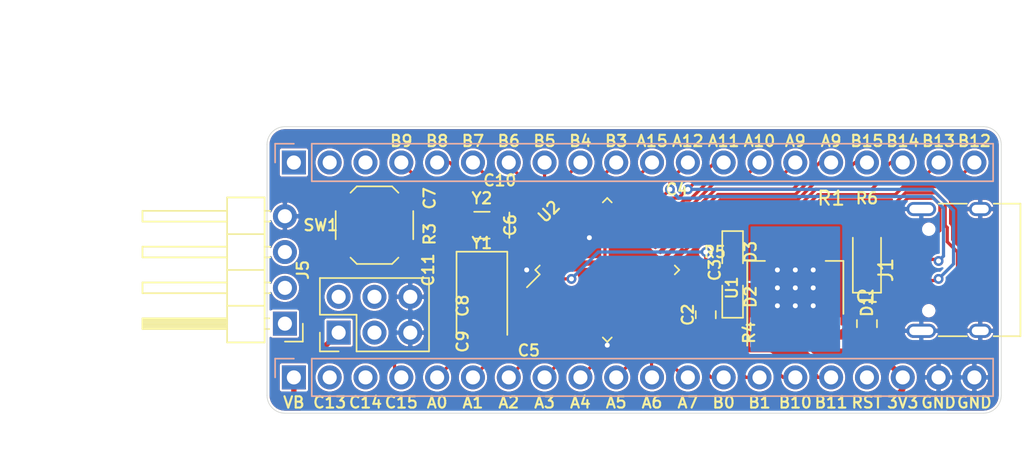
<source format=kicad_pcb>
(kicad_pcb (version 20171130) (host pcbnew 5.1.6+dfsg1-1)
  (layers (0 F.Cu signal) (31 B.Cu signal) (34 B.Paste user) (35 F.Paste user) (36 B.SilkS user) (37 F.SilkS user) (38 B.Mask user) (39 F.Mask user) (44 Edge.Cuts user))
  (net 0 "")
  (net 1 GND)
  (net 2 "Net-(D1-Pad2)")
  (net 3 "Net-(J3-Pad1)")
  (net 4 VBUS)
  (net 5 +3V3)
  (net 6 C15)
  (net 7 C14)
  (net 8 C13)
  (net 9 B9)
  (net 10 B8)
  (net 11 B0)
  (net 12 B7)
  (net 13 B6)
  (net 14 B5)
  (net 15 B3)
  (net 16 A15)
  (net 17 A12)
  (net 18 A11)
  (net 19 A10)
  (net 20 A9)
  (net 21 A8)
  (net 22 B15)
  (net 23 B14)
  (net 24 B13)
  (net 25 B12)
  (net 26 B11)
  (net 27 B10)
  (net 28 B1)
  (net 29 A7)
  (net 30 A6)
  (net 31 A5)
  (net 32 A4)
  (net 33 A3)
  (net 34 A2)
  (net 35 A1)
  (net 36 A0)
  (net 37 BO0)
  (net 38 B4)
  (net 39 "Net-(J3-Pad3)")
  (net 40 "Net-(J3-Pad2)")
  (net 41 SWCLK)
  (net 42 SWDIO)
  (net 43 BO1)
  (net 44 RST)
  (net 45 "Net-(D2-Pad1)")
  (net 46 "Net-(D3-Pad1)")
  (net 47 "Net-(C8-Pad1)")
  (net 48 "Net-(C9-Pad1)")
  (net 49 "Net-(J1-PadB8)")
  (net 50 "Net-(J1-PadA5)")
  (net 51 "Net-(J1-PadA8)")
  (net 52 "Net-(J1-PadB5)")
  (module Resistor_SMD:R_0402_1005Metric (layer F.Cu) (at 191.77 97.536 180)
    (fp_text reference R1 (at 0 1.016) (layer F.SilkS))
    (fp_text value 5.1k)
    (pad 2 smd roundrect (at 0.485 0 180) (size 0.59 0.64) (layers F.Cu F.Paste F.Mask) (net 1 GND))
    (pad 1 smd roundrect (at -0.485 0 180) (size 0.59 0.64) (layers F.Cu F.Paste F.Mask) (net 50 "Net-(J1-PadA5)"))
  )
  (module Connector_USB:USB_C_Receptacle_HRO_TYPE-C-31-M-12 (layer F.Cu) (at 201.295 101.6 90)
    (fp_text reference J1 (at 0 -5.645 90) (layer F.SilkS))
    (fp_text value USB_C_Receptacle_USB2.0)
    (pad B1 smd rect (at 3.25 -4.045 90) (size 0.6 1.45) (layers F.Cu F.Paste F.Mask) (net 1 GND))
    (pad A9 smd rect (at 2.45 -4.045 90) (size 0.6 1.45) (layers F.Cu F.Paste F.Mask) (net 2 "Net-(D1-Pad2)"))
    (pad B9 smd rect (at -2.45 -4.045 90) (size 0.6 1.45) (layers F.Cu F.Paste F.Mask) (net 2 "Net-(D1-Pad2)"))
    (pad B12 smd rect (at -3.25 -4.045 90) (size 0.6 1.45) (layers F.Cu F.Paste F.Mask) (net 1 GND))
    (pad A1 smd rect (at -3.25 -4.045 90) (size 0.6 1.45) (layers F.Cu F.Paste F.Mask) (net 1 GND))
    (pad A4 smd rect (at -2.45 -4.045 90) (size 0.6 1.45) (layers F.Cu F.Paste F.Mask) (net 2 "Net-(D1-Pad2)"))
    (pad B4 smd rect (at 2.45 -4.045 90) (size 0.6 1.45) (layers F.Cu F.Paste F.Mask) (net 2 "Net-(D1-Pad2)"))
    (pad A12 smd rect (at 3.25 -4.045 90) (size 0.6 1.45) (layers F.Cu F.Paste F.Mask) (net 1 GND))
    (pad B8 smd rect (at -1.75 -4.045 90) (size 0.3 1.45) (layers F.Cu F.Paste F.Mask) (net 49 "Net-(J1-PadB8)"))
    (pad A5 smd rect (at -1.25 -4.045 90) (size 0.3 1.45) (layers F.Cu F.Paste F.Mask) (net 50 "Net-(J1-PadA5)"))
    (pad B7 smd rect (at -0.75 -4.045 90) (size 0.3 1.45) (layers F.Cu F.Paste F.Mask) (net 18 A11))
    (pad A7 smd rect (at 0.25 -4.045 90) (size 0.3 1.45) (layers F.Cu F.Paste F.Mask) (net 18 A11))
    (pad B6 smd rect (at 0.75 -4.045 90) (size 0.3 1.45) (layers F.Cu F.Paste F.Mask) (net 17 A12))
    (pad A8 smd rect (at 1.25 -4.045 90) (size 0.3 1.45) (layers F.Cu F.Paste F.Mask) (net 51 "Net-(J1-PadA8)"))
    (pad B5 smd rect (at 1.75 -4.045 90) (size 0.3 1.45) (layers F.Cu F.Paste F.Mask) (net 52 "Net-(J1-PadB5)"))
    (pad A6 smd rect (at -0.25 -4.045 90) (size 0.3 1.45) (layers F.Cu F.Paste F.Mask) (net 17 A12))
    (pad S1 thru_hole oval (at 4.32 -3.13 90) (size 1 2.1) (drill oval 0.6 1.7) (layers *.Cu *.Mask) (net 1 GND))
    (pad S1 thru_hole oval (at -4.32 -3.13 90) (size 1 2.1) (drill oval 0.6 1.7) (layers *.Cu *.Mask) (net 1 GND))
    (pad "" np_thru_hole circle (at -2.89 -2.6 90) (size 0.65 0.65) (drill 0.65) (layers *.Cu *.Mask))
    (pad S1 thru_hole oval (at -4.32 1.05 90) (size 1 1.6) (drill oval 0.6 1.2) (layers *.Cu *.Mask) (net 1 GND))
    (pad "" np_thru_hole circle (at 2.89 -2.6 90) (size 0.65 0.65) (drill 0.65) (layers *.Cu *.Mask))
    (pad S1 thru_hole oval (at 4.32 1.05 90) (size 1 1.6) (drill oval 0.6 1.2) (layers *.Cu *.Mask) (net 1 GND))
  )
  (module Package_QFP:LQFP-48_7x7mm_P0.5mm (layer F.Cu) (at 175.895 101.6 45)
    (fp_text reference U2 (at 0 -5.85 45) (layer F.SilkS) (effects (font (size 0.8 0.8))))
    (fp_text value STM32F103C8Tx)
    (pad 48 smd roundrect (at -2.75 -4.1625 45) (size 0.3 1.475) (layers F.Cu F.Paste F.Mask) (net 5 +3V3))
    (pad 47 smd roundrect (at -2.25 -4.1625 45) (size 0.3 1.475) (layers F.Cu F.Paste F.Mask) (net 1 GND))
    (pad 46 smd roundrect (at -1.75 -4.1625 45) (size 0.3 1.475) (layers F.Cu F.Paste F.Mask) (net 9 B9))
    (pad 45 smd roundrect (at -1.25 -4.1625 45) (size 0.3 1.475) (layers F.Cu F.Paste F.Mask) (net 10 B8))
    (pad 44 smd roundrect (at -0.75 -4.1625 45) (size 0.3 1.475) (layers F.Cu F.Paste F.Mask) (net 37 BO0))
    (pad 43 smd roundrect (at -0.25 -4.1625 45) (size 0.3 1.475) (layers F.Cu F.Paste F.Mask) (net 12 B7))
    (pad 42 smd roundrect (at 0.25 -4.1625 45) (size 0.3 1.475) (layers F.Cu F.Paste F.Mask) (net 13 B6))
    (pad 41 smd roundrect (at 0.75 -4.1625 45) (size 0.3 1.475) (layers F.Cu F.Paste F.Mask) (net 14 B5))
    (pad 40 smd roundrect (at 1.25 -4.1625 45) (size 0.3 1.475) (layers F.Cu F.Paste F.Mask) (net 38 B4))
    (pad 39 smd roundrect (at 1.75 -4.1625 45) (size 0.3 1.475) (layers F.Cu F.Paste F.Mask) (net 15 B3))
    (pad 38 smd roundrect (at 2.25 -4.1625 45) (size 0.3 1.475) (layers F.Cu F.Paste F.Mask) (net 16 A15))
    (pad 37 smd roundrect (at 2.75 -4.1625 45) (size 0.3 1.475) (layers F.Cu F.Paste F.Mask) (net 41 SWCLK))
    (pad 36 smd roundrect (at 4.1625 -2.75 45) (size 1.475 0.3) (layers F.Cu F.Paste F.Mask) (net 5 +3V3))
    (pad 35 smd roundrect (at 4.1625 -2.25 45) (size 1.475 0.3) (layers F.Cu F.Paste F.Mask) (net 1 GND))
    (pad 34 smd roundrect (at 4.1625 -1.75 45) (size 1.475 0.3) (layers F.Cu F.Paste F.Mask) (net 42 SWDIO))
    (pad 33 smd roundrect (at 4.1625 -1.25 45) (size 1.475 0.3) (layers F.Cu F.Paste F.Mask) (net 17 A12))
    (pad 32 smd roundrect (at 4.1625 -0.75 45) (size 1.475 0.3) (layers F.Cu F.Paste F.Mask) (net 18 A11))
    (pad 31 smd roundrect (at 4.1625 -0.25 45) (size 1.475 0.3) (layers F.Cu F.Paste F.Mask) (net 19 A10))
    (pad 30 smd roundrect (at 4.1625 0.25 45) (size 1.475 0.3) (layers F.Cu F.Paste F.Mask) (net 20 A9))
    (pad 29 smd roundrect (at 4.1625 0.75 45) (size 1.475 0.3) (layers F.Cu F.Paste F.Mask) (net 21 A8))
    (pad 28 smd roundrect (at 4.1625 1.25 45) (size 1.475 0.3) (layers F.Cu F.Paste F.Mask) (net 22 B15))
    (pad 27 smd roundrect (at 4.1625 1.75 45) (size 1.475 0.3) (layers F.Cu F.Paste F.Mask) (net 23 B14))
    (pad 26 smd roundrect (at 4.1625 2.25 45) (size 1.475 0.3) (layers F.Cu F.Paste F.Mask) (net 24 B13))
    (pad 25 smd roundrect (at 4.1625 2.75 45) (size 1.475 0.3) (layers F.Cu F.Paste F.Mask) (net 25 B12))
    (pad 24 smd roundrect (at 2.75 4.1625 45) (size 0.3 1.475) (layers F.Cu F.Paste F.Mask) (net 5 +3V3))
    (pad 23 smd roundrect (at 2.25 4.1625 45) (size 0.3 1.475) (layers F.Cu F.Paste F.Mask) (net 1 GND))
    (pad 22 smd roundrect (at 1.75 4.1625 45) (size 0.3 1.475) (layers F.Cu F.Paste F.Mask) (net 26 B11))
    (pad 21 smd roundrect (at 1.25 4.1625 45) (size 0.3 1.475) (layers F.Cu F.Paste F.Mask) (net 27 B10))
    (pad 20 smd roundrect (at 0.75 4.1625 45) (size 0.3 1.475) (layers F.Cu F.Paste F.Mask) (net 43 BO1))
    (pad 19 smd roundrect (at 0.25 4.1625 45) (size 0.3 1.475) (layers F.Cu F.Paste F.Mask) (net 28 B1))
    (pad 18 smd roundrect (at -0.25 4.1625 45) (size 0.3 1.475) (layers F.Cu F.Paste F.Mask) (net 11 B0))
    (pad 17 smd roundrect (at -0.75 4.1625 45) (size 0.3 1.475) (layers F.Cu F.Paste F.Mask) (net 29 A7))
    (pad 16 smd roundrect (at -1.25 4.1625 45) (size 0.3 1.475) (layers F.Cu F.Paste F.Mask) (net 30 A6))
    (pad 15 smd roundrect (at -1.75 4.1625 45) (size 0.3 1.475) (layers F.Cu F.Paste F.Mask) (net 31 A5))
    (pad 14 smd roundrect (at -2.25 4.1625 45) (size 0.3 1.475) (layers F.Cu F.Paste F.Mask) (net 32 A4))
    (pad 13 smd roundrect (at -2.75 4.1625 45) (size 0.3 1.475) (layers F.Cu F.Paste F.Mask) (net 33 A3))
    (pad 12 smd roundrect (at -4.1625 2.75 45) (size 1.475 0.3) (layers F.Cu F.Paste F.Mask) (net 34 A2))
    (pad 11 smd roundrect (at -4.1625 2.25 45) (size 1.475 0.3) (layers F.Cu F.Paste F.Mask) (net 35 A1))
    (pad 10 smd roundrect (at -4.1625 1.75 45) (size 1.475 0.3) (layers F.Cu F.Paste F.Mask) (net 36 A0))
    (pad 9 smd roundrect (at -4.1625 1.25 45) (size 1.475 0.3) (layers F.Cu F.Paste F.Mask) (net 5 +3V3))
    (pad 8 smd roundrect (at -4.1625 0.75 45) (size 1.475 0.3) (layers F.Cu F.Paste F.Mask) (net 1 GND))
    (pad 7 smd roundrect (at -4.1625 0.25 45) (size 1.475 0.3) (layers F.Cu F.Paste F.Mask) (net 44 RST))
    (pad 6 smd roundrect (at -4.1625 -0.25 45) (size 1.475 0.3) (layers F.Cu F.Paste F.Mask) (net 48 "Net-(C9-Pad1)"))
    (pad 5 smd roundrect (at -4.1625 -0.75 45) (size 1.475 0.3) (layers F.Cu F.Paste F.Mask) (net 47 "Net-(C8-Pad1)"))
    (pad 4 smd roundrect (at -4.1625 -1.25 45) (size 1.475 0.3) (layers F.Cu F.Paste F.Mask) (net 6 C15))
    (pad 3 smd roundrect (at -4.1625 -1.75 45) (size 1.475 0.3) (layers F.Cu F.Paste F.Mask) (net 7 C14))
    (pad 2 smd roundrect (at -4.1625 -2.25 45) (size 1.475 0.3) (layers F.Cu F.Paste F.Mask) (net 8 C13))
    (pad 1 smd roundrect (at -4.1625 -2.75 45) (size 1.475 0.3) (layers F.Cu F.Paste F.Mask) (net 5 +3V3))
  )
  (module Capacitor_SMD:C_0402_1005Metric (layer F.Cu) (at 164.465 101.6 270)
    (fp_text reference C11 (at 0 1.27 90) (layer F.SilkS) (effects (font (size 0.8 0.8))))
    (fp_text value 20pF)
    (pad 2 smd roundrect (at 0.485 0 270) (size 0.59 0.64) (layers F.Cu F.Paste F.Mask) (net 1 GND))
    (pad 1 smd roundrect (at -0.485 0 270) (size 0.59 0.64) (layers F.Cu F.Paste F.Mask) (net 6 C15))
  )
  (module Capacitor_SMD:C_0402_1005Metric (layer F.Cu) (at 168.275 96.52 180)
    (fp_text reference C10 (at 0 1.27) (layer F.SilkS) (effects (font (size 0.8 0.8))))
    (fp_text value 20pF)
    (pad 2 smd roundrect (at 0.485 0 180) (size 0.59 0.64) (layers F.Cu F.Paste F.Mask) (net 1 GND))
    (pad 1 smd roundrect (at -0.485 0 180) (size 0.59 0.64) (layers F.Cu F.Paste F.Mask) (net 7 C14))
  )
  (module Crystal:Crystal_SMD_EuroQuartz_EQ161-2Pin_3.2x1.5mm (layer F.Cu) (at 167.005 98.425 180)
    (fp_text reference Y2 (at 0 1.905 180) (layer F.SilkS) (effects (font (size 0.8 0.8))))
    (fp_text value 32.768k)
    (pad 2 smd rect (at 1.25 0 180) (size 1 1.8) (layers F.Cu F.Paste F.Mask) (net 6 C15))
    (pad 1 smd rect (at -1.25 0 180) (size 1 1.8) (layers F.Cu F.Paste F.Mask) (net 7 C14))
  )
  (module Crystal:Crystal_SMD_Abracon_ABM3-2Pin_5.0x3.2mm (layer F.Cu) (at 167.005 103.505 270)
    (fp_text reference Y1 (at -3.81 0 180) (layer F.SilkS) (effects (font (size 0.8 0.8))))
    (fp_text value 8M)
    (pad 2 smd rect (at 2.05 0 270) (size 1.9 2.4) (layers F.Cu F.Paste F.Mask) (net 48 "Net-(C9-Pad1)"))
    (pad 1 smd rect (at -2.05 0 270) (size 1.9 2.4) (layers F.Cu F.Paste F.Mask) (net 47 "Net-(C8-Pad1)"))
  )
  (module Capacitor_SMD:C_0402_1005Metric (layer F.Cu) (at 164.465 106.68 270)
    (fp_text reference C9 (at 0 -1.17 90) (layer F.SilkS) (effects (font (size 0.8 0.8))))
    (fp_text value 20pF)
    (pad 2 smd roundrect (at 0.485 0 270) (size 0.59 0.64) (layers F.Cu F.Paste F.Mask) (net 1 GND))
    (pad 1 smd roundrect (at -0.485 0 270) (size 0.59 0.64) (layers F.Cu F.Paste F.Mask) (net 48 "Net-(C9-Pad1)"))
  )
  (module Capacitor_SMD:C_0402_1005Metric (layer F.Cu) (at 164.465 104.14 270)
    (fp_text reference C8 (at 0 -1.17 90) (layer F.SilkS) (effects (font (size 0.8 0.8))))
    (fp_text value 20pF)
    (pad 2 smd roundrect (at 0.485 0 270) (size 0.59 0.64) (layers F.Cu F.Paste F.Mask) (net 1 GND))
    (pad 1 smd roundrect (at -0.485 0 270) (size 0.59 0.64) (layers F.Cu F.Paste F.Mask) (net 47 "Net-(C8-Pad1)"))
  )
  (module Resistor_SMD:R_0402_1005Metric (layer F.Cu) (at 194.31 97.536 180)
    (fp_text reference R6 (at 0 1.016) (layer F.SilkS) (effects (font (size 0.8 0.8))))
    (fp_text value 5.1k)
    (pad 2 smd roundrect (at 0.485 0 180) (size 0.59 0.64) (layers F.Cu F.Paste F.Mask) (net 1 GND))
    (pad 1 smd roundrect (at -0.485 0 180) (size 0.59 0.64) (layers F.Cu F.Paste F.Mask) (net 52 "Net-(J1-PadB5)"))
  )
  (module Resistor_SMD:R_0402_1005Metric (layer F.Cu) (at 183.515 101.6 270)
    (fp_text reference R5 (at -1.27 0) (layer F.SilkS) (effects (font (size 0.8 0.8))))
    (fp_text value 1k)
    (pad 2 smd roundrect (at 0.485 0 270) (size 0.59 0.64) (layers F.Cu F.Paste F.Mask) (net 8 C13))
    (pad 1 smd roundrect (at -0.485 0 270) (size 0.59 0.64) (layers F.Cu F.Paste F.Mask) (net 46 "Net-(D3-Pad1)"))
  )
  (module Resistor_SMD:R_0402_1005Metric (layer F.Cu) (at 184.785 106.045 270)
    (fp_text reference R4 (at 0 -1.17 90) (layer F.SilkS) (effects (font (size 0.8 0.8))))
    (fp_text value 1k)
    (pad 2 smd roundrect (at 0.485 0 270) (size 0.59 0.64) (layers F.Cu F.Paste F.Mask) (net 1 GND))
    (pad 1 smd roundrect (at -0.485 0 270) (size 0.59 0.64) (layers F.Cu F.Paste F.Mask) (net 45 "Net-(D2-Pad1)"))
  )
  (module LED_SMD:LED_0603_1608Metric (layer F.Cu) (at 184.785 100.33 270)
    (fp_text reference D3 (at 0 -1.27 90) (layer F.SilkS) (effects (font (size 0.8 0.8))))
    (fp_text value BLUE)
    (pad 2 smd roundrect (at 0.7875 0 270) (size 0.875 0.95) (layers F.Cu F.Paste F.Mask) (net 5 +3V3))
    (pad 1 smd roundrect (at -0.7875 0 270) (size 0.875 0.95) (layers F.Cu F.Paste F.Mask) (net 46 "Net-(D3-Pad1)"))
  )
  (module LED_SMD:LED_0603_1608Metric (layer F.Cu) (at 184.785 103.505 90)
    (fp_text reference D2 (at 0 1.27 90) (layer F.SilkS) (effects (font (size 0.8 0.8))))
    (fp_text value YEL)
    (pad 2 smd roundrect (at 0.7875 0 90) (size 0.875 0.95) (layers F.Cu F.Paste F.Mask) (net 5 +3V3))
    (pad 1 smd roundrect (at -0.7875 0 90) (size 0.875 0.95) (layers F.Cu F.Paste F.Mask) (net 45 "Net-(D2-Pad1)"))
  )
  (module Resistor_SMD:R_0402_1005Metric (layer F.Cu) (at 164.465 99.06 90)
    (fp_text reference R3 (at 0 -1.17 90) (layer F.SilkS) (effects (font (size 0.8 0.8))))
    (fp_text value 10k)
    (pad 2 smd roundrect (at 0.485 0 90) (size 0.59 0.64) (layers F.Cu F.Paste F.Mask) (net 44 RST))
    (pad 1 smd roundrect (at -0.485 0 90) (size 0.59 0.64) (layers F.Cu F.Paste F.Mask) (net 5 +3V3))
  )
  (module Capacitor_SMD:C_0402_1005Metric (layer F.Cu) (at 164.465 96.52 90)
    (fp_text reference C7 (at 0 -1.17 90) (layer F.SilkS) (effects (font (size 0.8 0.8))))
    (fp_text value 100nF)
    (pad 2 smd roundrect (at 0.485 0 90) (size 0.59 0.64) (layers F.Cu F.Paste F.Mask) (net 1 GND))
    (pad 1 smd roundrect (at -0.485 0 90) (size 0.59 0.64) (layers F.Cu F.Paste F.Mask) (net 44 RST))
  )
  (module Button_Switch_SMD:SW_SPST_TL3342 (layer F.Cu) (at 159.385 98.425)
    (fp_text reference SW1 (at -3.81 0) (layer F.SilkS) (effects (font (size 0.8 0.8))))
    (fp_text value SW_Push)
    (pad 2 smd rect (at 3.15 1.9) (size 1.7 1) (layers F.Cu F.Paste F.Mask) (net 44 RST))
    (pad 2 smd rect (at -3.15 1.9) (size 1.7 1) (layers F.Cu F.Paste F.Mask) (net 44 RST))
    (pad 1 smd rect (at 3.15 -1.9) (size 1.7 1) (layers F.Cu F.Paste F.Mask) (net 1 GND))
    (pad 1 smd rect (at -3.15 -1.9) (size 1.7 1) (layers F.Cu F.Paste F.Mask) (net 1 GND))
  )
  (module Package_TO_SOT_SMD:SOT-223-3_TabPin2 (layer F.Cu) (at 189.23 102.87 90)
    (fp_text reference U1 (at 0 -4.5 90) (layer F.SilkS) (effects (font (size 0.8 0.8))))
    (fp_text value AMS1117-3.3)
    (pad 1 smd rect (at -3.15 -2.3 90) (size 2 1.5) (layers F.Cu F.Paste F.Mask) (net 1 GND))
    (pad 3 smd rect (at -3.15 2.3 90) (size 2 1.5) (layers F.Cu F.Paste F.Mask) (net 4 VBUS))
    (pad 2 smd rect (at -3.15 0 90) (size 2 1.5) (layers F.Cu F.Paste F.Mask) (net 5 +3V3))
    (pad 2 smd rect (at 3.15 0 90) (size 2 3.8) (layers F.Cu F.Paste F.Mask) (net 5 +3V3))
  )
  (module Connector_PinHeader_2.54mm:PinHeader_1x04_P2.54mm_Horizontal (layer F.Cu) (at 153.035 105.41 180)
    (fp_text reference J5 (at -1.27 3.81 90) (layer F.SilkS) (effects (font (size 0.8 0.8))))
    (fp_text value ~)
    (pad 4 thru_hole oval (at 0 7.62 180) (size 1.7 1.7) (drill 1) (layers *.Cu *.Mask) (net 1 GND))
    (pad 3 thru_hole oval (at 0 5.08 180) (size 1.7 1.7) (drill 1) (layers *.Cu *.Mask) (net 41 SWCLK))
    (pad 2 thru_hole oval (at 0 2.54 180) (size 1.7 1.7) (drill 1) (layers *.Cu *.Mask) (net 42 SWDIO))
    (pad 1 thru_hole rect (at 0 0 180) (size 1.7 1.7) (drill 1) (layers *.Cu *.Mask) (net 5 +3V3))
  )
  (module Connector_PinHeader_2.54mm:PinHeader_2x03_P2.54mm_Vertical (layer F.Cu) (at 156.845 106.045 90)
    (fp_text reference J4 hide)
    (fp_text value ~)
    (pad 6 thru_hole oval (at 2.54 5.08 90) (size 1.7 1.7) (drill 1) (layers *.Cu *.Mask) (net 1 GND))
    (pad 5 thru_hole oval (at 0 5.08 90) (size 1.7 1.7) (drill 1) (layers *.Cu *.Mask) (net 1 GND))
    (pad 4 thru_hole oval (at 2.54 2.54 90) (size 1.7 1.7) (drill 1) (layers *.Cu *.Mask) (net 43 BO1))
    (pad 3 thru_hole oval (at 0 2.54 90) (size 1.7 1.7) (drill 1) (layers *.Cu *.Mask) (net 37 BO0))
    (pad 2 thru_hole oval (at 2.54 0 90) (size 1.7 1.7) (drill 1) (layers *.Cu *.Mask) (net 5 +3V3))
    (pad 1 thru_hole rect (at 0 0 90) (size 1.7 1.7) (drill 1) (layers *.Cu *.Mask) (net 5 +3V3))
  )
  (module Connector_PinHeader_2.54mm:PinHeader_1x20_P2.54mm_Vertical (layer B.Cu) (at 153.67 93.98 270)
    (fp_text reference J3 hide)
    (fp_text value ~)
    (pad 20 thru_hole oval (at 0 -48.26 270) (size 1.7 1.7) (drill 1) (layers *.Cu *.Mask) (net 25 B12))
    (pad 19 thru_hole oval (at 0 -45.72 270) (size 1.7 1.7) (drill 1) (layers *.Cu *.Mask) (net 24 B13))
    (pad 18 thru_hole oval (at 0 -43.18 270) (size 1.7 1.7) (drill 1) (layers *.Cu *.Mask) (net 23 B14))
    (pad 17 thru_hole oval (at 0 -40.64 270) (size 1.7 1.7) (drill 1) (layers *.Cu *.Mask) (net 22 B15))
    (pad 16 thru_hole oval (at 0 -38.1 270) (size 1.7 1.7) (drill 1) (layers *.Cu *.Mask) (net 21 A8))
    (pad 15 thru_hole oval (at 0 -35.56 270) (size 1.7 1.7) (drill 1) (layers *.Cu *.Mask) (net 20 A9))
    (pad 14 thru_hole oval (at 0 -33.02 270) (size 1.7 1.7) (drill 1) (layers *.Cu *.Mask) (net 19 A10))
    (pad 13 thru_hole oval (at 0 -30.48 270) (size 1.7 1.7) (drill 1) (layers *.Cu *.Mask) (net 18 A11))
    (pad 12 thru_hole oval (at 0 -27.94 270) (size 1.7 1.7) (drill 1) (layers *.Cu *.Mask) (net 17 A12))
    (pad 11 thru_hole oval (at 0 -25.4 270) (size 1.7 1.7) (drill 1) (layers *.Cu *.Mask) (net 16 A15))
    (pad 10 thru_hole oval (at 0 -22.86 270) (size 1.7 1.7) (drill 1) (layers *.Cu *.Mask) (net 15 B3))
    (pad 9 thru_hole oval (at 0 -20.32 270) (size 1.7 1.7) (drill 1) (layers *.Cu *.Mask) (net 38 B4))
    (pad 8 thru_hole oval (at 0 -17.78 270) (size 1.7 1.7) (drill 1) (layers *.Cu *.Mask) (net 14 B5))
    (pad 7 thru_hole oval (at 0 -15.24 270) (size 1.7 1.7) (drill 1) (layers *.Cu *.Mask) (net 13 B6))
    (pad 6 thru_hole oval (at 0 -12.7 270) (size 1.7 1.7) (drill 1) (layers *.Cu *.Mask) (net 12 B7))
    (pad 5 thru_hole oval (at 0 -10.16 270) (size 1.7 1.7) (drill 1) (layers *.Cu *.Mask) (net 10 B8))
    (pad 4 thru_hole oval (at 0 -7.62 270) (size 1.7 1.7) (drill 1) (layers *.Cu *.Mask) (net 9 B9))
    (pad 3 thru_hole oval (at 0 -5.08 270) (size 1.7 1.7) (drill 1) (layers *.Cu *.Mask) (net 39 "Net-(J3-Pad3)"))
    (pad 2 thru_hole oval (at 0 -2.54 270) (size 1.7 1.7) (drill 1) (layers *.Cu *.Mask) (net 40 "Net-(J3-Pad2)"))
    (pad 1 thru_hole rect (at 0 0 270) (size 1.7 1.7) (drill 1) (layers *.Cu *.Mask) (net 3 "Net-(J3-Pad1)"))
  )
  (module Connector_PinHeader_2.54mm:PinHeader_1x20_P2.54mm_Vertical (layer B.Cu) (at 153.67 109.22 270)
    (fp_text reference J2 hide)
    (fp_text value ~)
    (pad 20 thru_hole oval (at 0 -48.26 270) (size 1.7 1.7) (drill 1) (layers *.Cu *.Mask) (net 1 GND))
    (pad 19 thru_hole oval (at 0 -45.72 270) (size 1.7 1.7) (drill 1) (layers *.Cu *.Mask) (net 1 GND))
    (pad 18 thru_hole oval (at 0 -43.18 270) (size 1.7 1.7) (drill 1) (layers *.Cu *.Mask) (net 5 +3V3))
    (pad 17 thru_hole oval (at 0 -40.64 270) (size 1.7 1.7) (drill 1) (layers *.Cu *.Mask) (net 44 RST))
    (pad 16 thru_hole oval (at 0 -38.1 270) (size 1.7 1.7) (drill 1) (layers *.Cu *.Mask) (net 26 B11))
    (pad 15 thru_hole oval (at 0 -35.56 270) (size 1.7 1.7) (drill 1) (layers *.Cu *.Mask) (net 27 B10))
    (pad 14 thru_hole oval (at 0 -33.02 270) (size 1.7 1.7) (drill 1) (layers *.Cu *.Mask) (net 28 B1))
    (pad 13 thru_hole oval (at 0 -30.48 270) (size 1.7 1.7) (drill 1) (layers *.Cu *.Mask) (net 11 B0))
    (pad 12 thru_hole oval (at 0 -27.94 270) (size 1.7 1.7) (drill 1) (layers *.Cu *.Mask) (net 29 A7))
    (pad 11 thru_hole oval (at 0 -25.4 270) (size 1.7 1.7) (drill 1) (layers *.Cu *.Mask) (net 30 A6))
    (pad 10 thru_hole oval (at 0 -22.86 270) (size 1.7 1.7) (drill 1) (layers *.Cu *.Mask) (net 31 A5))
    (pad 9 thru_hole oval (at 0 -20.32 270) (size 1.7 1.7) (drill 1) (layers *.Cu *.Mask) (net 32 A4))
    (pad 8 thru_hole oval (at 0 -17.78 270) (size 1.7 1.7) (drill 1) (layers *.Cu *.Mask) (net 33 A3))
    (pad 7 thru_hole oval (at 0 -15.24 270) (size 1.7 1.7) (drill 1) (layers *.Cu *.Mask) (net 34 A2))
    (pad 6 thru_hole oval (at 0 -12.7 270) (size 1.7 1.7) (drill 1) (layers *.Cu *.Mask) (net 35 A1))
    (pad 5 thru_hole oval (at 0 -10.16 270) (size 1.7 1.7) (drill 1) (layers *.Cu *.Mask) (net 36 A0))
    (pad 4 thru_hole oval (at 0 -7.62 270) (size 1.7 1.7) (drill 1) (layers *.Cu *.Mask) (net 6 C15))
    (pad 3 thru_hole oval (at 0 -5.08 270) (size 1.7 1.7) (drill 1) (layers *.Cu *.Mask) (net 7 C14))
    (pad 2 thru_hole oval (at 0 -2.54 270) (size 1.7 1.7) (drill 1) (layers *.Cu *.Mask) (net 8 C13))
    (pad 1 thru_hole rect (at 0 0 270) (size 1.7 1.7) (drill 1) (layers *.Cu *.Mask) (net 4 VBUS))
  )
  (module Diode_SMD:D_SOD-123 (layer F.Cu) (at 194.31 100.965 90)
    (fp_text reference D1 (at -3.175 0 90) (layer F.SilkS) (effects (font (size 0.8 0.8))))
    (fp_text value ~)
    (pad 2 smd rect (at 1.65 0 90) (size 0.9 1.2) (layers F.Cu F.Paste F.Mask) (net 2 "Net-(D1-Pad2)"))
    (pad 1 smd rect (at -1.65 0 90) (size 0.9 1.2) (layers F.Cu F.Paste F.Mask) (net 4 VBUS))
  )
  (module Capacitor_SMD:C_0402_1005Metric (layer F.Cu) (at 170.18 98.425 90)
    (fp_text reference C6 (at 0 -1.17 90) (layer F.SilkS) (effects (font (size 0.8 0.8))))
    (fp_text value 100nF)
    (pad 2 smd roundrect (at 0.485 0 90) (size 0.59 0.64) (layers F.Cu F.Paste F.Mask) (net 1 GND))
    (pad 1 smd roundrect (at -0.485 0 90) (size 0.59 0.64) (layers F.Cu F.Paste F.Mask) (net 5 +3V3))
  )
  (module Capacitor_SMD:C_0402_1005Metric (layer F.Cu) (at 170.33 106.045 180)
    (fp_text reference C5 (at 0 -1.27) (layer F.SilkS) (effects (font (size 0.8 0.8))))
    (fp_text value 100nF)
    (pad 2 smd roundrect (at 0.485 0 180) (size 0.59 0.64) (layers F.Cu F.Paste F.Mask) (net 1 GND))
    (pad 1 smd roundrect (at -0.485 0 180) (size 0.59 0.64) (layers F.Cu F.Paste F.Mask) (net 5 +3V3))
  )
  (module Capacitor_SMD:C_0402_1005Metric (layer F.Cu) (at 178.92 95.885)
    (fp_text reference C4 (at 1.905 0) (layer F.SilkS) (effects (font (size 0.8 0.8))))
    (fp_text value 100nF)
    (pad 2 smd roundrect (at 0.485 0) (size 0.59 0.64) (layers F.Cu F.Paste F.Mask) (net 1 GND))
    (pad 1 smd roundrect (at -0.485 0) (size 0.59 0.64) (layers F.Cu F.Paste F.Mask) (net 5 +3V3))
  )
  (module Capacitor_SMD:C_0402_1005Metric (layer F.Cu) (at 182.245 101.6 90)
    (fp_text reference C3 (at 0 1.27 90) (layer F.SilkS) (effects (font (size 0.8 0.8))))
    (fp_text value 100nF)
    (pad 2 smd roundrect (at 0.485 0 90) (size 0.59 0.64) (layers F.Cu F.Paste F.Mask) (net 1 GND))
    (pad 1 smd roundrect (at -0.485 0 90) (size 0.59 0.64) (layers F.Cu F.Paste F.Mask) (net 5 +3V3))
  )
  (module Capacitor_SMD:C_0805_2012Metric (layer F.Cu) (at 182.88 104.775 270)
    (fp_text reference C2 (at 0 1.27 90) (layer F.SilkS) (effects (font (size 0.8 0.8))))
    (fp_text value 10uF)
    (pad 2 smd roundrect (at 0.9375 0 270) (size 0.975 1.4) (layers F.Cu F.Paste F.Mask) (net 1 GND))
    (pad 1 smd roundrect (at -0.9375 0 270) (size 0.975 1.4) (layers F.Cu F.Paste F.Mask) (net 5 +3V3))
  )
  (module Capacitor_SMD:C_0805_2012Metric (layer F.Cu) (at 194.31 105.41 90)
    (fp_text reference C1 (at 1.905 0) (layer F.SilkS) (effects (font (size 0.8 0.8))))
    (fp_text value 10uF)
    (pad 2 smd roundrect (at 0.9375 0 90) (size 0.975 1.4) (layers F.Cu F.Paste F.Mask) (net 1 GND))
    (pad 1 smd roundrect (at -0.9375 0 90) (size 0.975 1.4) (layers F.Cu F.Paste F.Mask) (net 4 VBUS))
  )
  (gr_text GND (at 201.93 110.998) (layer F.SilkS) (effects (font (size 0.8 0.8))))
  (gr_text GND (at 199.39 110.998) (layer F.SilkS) (effects (font (size 0.8 0.8))))
  (gr_text 3V3 (at 196.85 110.998) (layer F.SilkS) (effects (font (size 0.8 0.8))))
  (gr_text RST (at 194.31 110.998) (layer F.SilkS) (effects (font (size 0.8 0.8))))
  (gr_text B11 (at 191.77 110.998) (layer F.SilkS) (effects (font (size 0.8 0.8))))
  (gr_text B10 (at 189.23 110.998) (layer F.SilkS) (effects (font (size 0.8 0.8))))
  (gr_text B1 (at 186.69 110.998) (layer F.SilkS) (effects (font (size 0.8 0.8))))
  (gr_text B0 (at 184.15 110.998) (layer F.SilkS) (effects (font (size 0.8 0.8))))
  (gr_text A7 (at 181.61 110.998) (layer F.SilkS) (effects (font (size 0.8 0.8))))
  (gr_text A6 (at 179.07 110.998) (layer F.SilkS) (effects (font (size 0.8 0.8))))
  (gr_text A5 (at 176.53 110.998) (layer F.SilkS) (effects (font (size 0.8 0.8))))
  (gr_text A4 (at 173.99 110.998) (layer F.SilkS) (effects (font (size 0.8 0.8))))
  (gr_text A3 (at 171.45 110.998) (layer F.SilkS) (effects (font (size 0.8 0.8))))
  (gr_text A2 (at 168.91 110.998) (layer F.SilkS) (effects (font (size 0.8 0.8))))
  (gr_text A1 (at 166.37 110.998) (layer F.SilkS) (effects (font (size 0.8 0.8))))
  (gr_text A0 (at 163.83 110.998) (layer F.SilkS) (effects (font (size 0.8 0.8))))
  (gr_text C15 (at 161.29 110.998) (layer F.SilkS) (effects (font (size 0.8 0.8))))
  (gr_text C14 (at 158.75 110.998) (layer F.SilkS) (effects (font (size 0.8 0.8))))
  (gr_text C13 (at 156.21 110.998) (layer F.SilkS) (effects (font (size 0.8 0.8))))
  (gr_text VB (at 153.67 110.998) (layer F.SilkS) (effects (font (size 0.8 0.8))))
  (gr_text B9 (at 161.29 92.456) (layer F.SilkS) (effects (font (size 0.8 0.8))))
  (gr_text B8 (at 163.83 92.456) (layer F.SilkS) (effects (font (size 0.8 0.8))))
  (gr_text B7 (at 166.37 92.456) (layer F.SilkS) (effects (font (size 0.8 0.8))))
  (gr_text B6 (at 168.91 92.456) (layer F.SilkS) (effects (font (size 0.8 0.8))))
  (gr_text B5 (at 171.45 92.456) (layer F.SilkS) (effects (font (size 0.8 0.8))))
  (gr_text B4 (at 173.99 92.456) (layer F.SilkS) (effects (font (size 0.8 0.8))))
  (gr_text B3 (at 176.53 92.456) (layer F.SilkS) (effects (font (size 0.8 0.8))))
  (gr_text A15 (at 179.07 92.456) (layer F.SilkS) (effects (font (size 0.8 0.8))))
  (gr_text A12 (at 181.61 92.456) (layer F.SilkS) (effects (font (size 0.8 0.8))))
  (gr_text A11 (at 184.15 92.456) (layer F.SilkS) (effects (font (size 0.8 0.8))))
  (gr_text A10 (at 186.69 92.456) (layer F.SilkS) (effects (font (size 0.8 0.8))))
  (gr_text A9 (at 189.23 92.456) (layer F.SilkS) (effects (font (size 0.8 0.8))))
  (gr_text B12 (at 201.93 92.456) (layer F.SilkS) (effects (font (size 0.8 0.8))))
  (gr_text B13 (at 199.39 92.456) (layer F.SilkS) (effects (font (size 0.8 0.8))))
  (gr_text B14 (at 196.85 92.456) (layer F.SilkS) (effects (font (size 0.8 0.8))))
  (gr_text B15 (at 194.31 92.456) (layer F.SilkS) (effects (font (size 0.8 0.8))))
  (gr_arc (start 153.035 92.71) (end 153.035 91.44) (angle -90) (layer Edge.Cuts) (width 0.05))
  (gr_arc (start 202.565 92.71) (end 203.835 92.71) (angle -90) (layer Edge.Cuts) (width 0.05))
  (gr_arc (start 202.565 110.49) (end 202.565 111.76) (angle -90) (layer Edge.Cuts) (width 0.05))
  (gr_arc (start 153.035 110.49) (end 151.765 110.49) (angle -90) (layer Edge.Cuts) (width 0.05))
  (gr_text A9 (at 191.77 92.456) (layer F.SilkS) (effects (font (size 0.8 0.8))))
  (gr_line (start 151.765 110.49) (end 151.765 92.71) (layer Edge.Cuts) (width 0.05))
  (gr_line (start 202.565 111.76) (end 153.035 111.76) (layer Edge.Cuts) (width 0.05))
  (gr_line (start 203.835 92.71) (end 203.835 110.49) (layer Edge.Cuts) (width 0.05))
  (gr_line (start 153.035 91.44) (end 202.565 91.44) (layer Edge.Cuts) (width 0.05))
  (via (at 175.895 106.934) (size 0.7) (drill 0.35) (layers F.Cu B.Cu) (net 1))
  (via (at 170.18 101.6) (size 0.7) (drill 0.35) (layers F.Cu B.Cu) (net 1))
  (via (at 174.625 99.314) (size 0.7) (drill 0.35) (layers F.Cu B.Cu) (net 1))
  (segment (start 194.475 99.15) (end 194.31 99.315) (width 0.381) (layer F.Cu) (net 2))
  (segment (start 197.25 99.15) (end 194.475 99.15) (width 0.381) (layer F.Cu) (net 2))
  (segment (start 195.291 103.16948) (end 196.17152 104.05) (width 0.381) (layer F.Cu) (net 2))
  (segment (start 194.31 99.315) (end 195.291 100.296) (width 0.381) (layer F.Cu) (net 2))
  (segment (start 196.17152 104.05) (end 197.25 104.05) (width 0.381) (layer F.Cu) (net 2))
  (segment (start 195.291 100.296) (end 195.291 103.16948) (width 0.381) (layer F.Cu) (net 2))
  (segment (start 193.26709 103.65791) (end 193.26709 105.30459) (width 0.381) (layer F.Cu) (net 4))
  (segment (start 194.31 102.615) (end 193.26709 103.65791) (width 0.381) (layer F.Cu) (net 4))
  (segment (start 191.8575 106.3475) (end 191.53 106.02) (width 0.381) (layer F.Cu) (net 4))
  (segment (start 194.31 106.3475) (end 191.8575 106.3475) (width 0.381) (layer F.Cu) (net 4))
  (segment (start 192.55168 106.02) (end 193.26709 105.30459) (width 0.381) (layer F.Cu) (net 4))
  (segment (start 191.53 106.02) (end 192.55168 106.02) (width 0.381) (layer F.Cu) (net 4))
  (segment (start 199.55659 111.37341) (end 154.592411 111.373411) (width 0.381) (layer F.Cu) (net 4))
  (segment (start 200.582901 110.347099) (end 199.55659 111.37341) (width 0.381) (layer F.Cu) (net 4))
  (segment (start 200.582901 108.647407) (end 200.582901 110.347099) (width 0.381) (layer F.Cu) (net 4))
  (segment (start 196.182099 106.786605) (end 198.722099 106.786605) (width 0.381) (layer F.Cu) (net 4))
  (segment (start 154.592411 111.373411) (end 153.67 110.451) (width 0.381) (layer F.Cu) (net 4))
  (segment (start 196.182099 104.814935) (end 196.182099 106.786605) (width 0.381) (layer F.Cu) (net 4))
  (segment (start 153.67 110.451) (end 153.67 109.22) (width 0.381) (layer F.Cu) (net 4))
  (segment (start 194.31 102.942836) (end 196.182099 104.814935) (width 0.381) (layer F.Cu) (net 4))
  (segment (start 198.722099 106.786605) (end 200.582901 108.647407) (width 0.381) (layer F.Cu) (net 4))
  (segment (start 194.31 102.615) (end 194.31 102.942836) (width 0.381) (layer F.Cu) (net 4))
  (via (at 189.23 102.87) (size 0.7) (drill 0.35) (layers F.Cu B.Cu) (net 5))
  (via (at 189.23 101.6) (size 0.7) (drill 0.35) (layers F.Cu B.Cu) (net 5))
  (via (at 189.23 104.14) (size 0.7) (drill 0.35) (layers F.Cu B.Cu) (net 5))
  (via (at 187.96 104.14) (size 0.7) (drill 0.35) (layers F.Cu B.Cu) (net 5))
  (via (at 187.96 102.87) (size 0.7) (drill 0.35) (layers F.Cu B.Cu) (net 5))
  (via (at 187.96 101.6) (size 0.7) (drill 0.35) (layers F.Cu B.Cu) (net 5))
  (via (at 190.5 101.6) (size 0.7) (drill 0.35) (layers F.Cu B.Cu) (net 5))
  (via (at 190.5 102.87) (size 0.7) (drill 0.35) (layers F.Cu B.Cu) (net 5))
  (via (at 190.5 104.14) (size 0.7) (drill 0.35) (layers F.Cu B.Cu) (net 5))
  (segment (start 173.217766 106.045) (end 173.835551 105.427215) (width 0.2286) (layer F.Cu) (net 5))
  (segment (start 170.815 106.045) (end 173.217766 106.045) (width 0.2286) (layer F.Cu) (net 5))
  (segment (start 170.18 99.774088) (end 170.18 98.91) (width 0.2286) (layer F.Cu) (net 5))
  (segment (start 171.007124 100.601212) (end 170.18 99.774088) (width 0.2286) (layer F.Cu) (net 5))
  (segment (start 177.720912 95.885) (end 178.435 95.885) (width 0.2286) (layer F.Cu) (net 5))
  (segment (start 176.893788 96.712124) (end 177.720912 95.885) (width 0.2286) (layer F.Cu) (net 5))
  (segment (start 184.785 101.1175) (end 184.785 102.7175) (width 0.381) (layer F.Cu) (net 5))
  (segment (start 184 102.7175) (end 182.88 103.8375) (width 0.381) (layer F.Cu) (net 5))
  (segment (start 184.785 102.7175) (end 184 102.7175) (width 0.381) (layer F.Cu) (net 5))
  (segment (start 181.296664 102.085) (end 180.782876 102.598788) (width 0.381) (layer F.Cu) (net 5))
  (segment (start 182.245 102.085) (end 181.296664 102.085) (width 0.381) (layer F.Cu) (net 5))
  (segment (start 180.782876 102.598788) (end 180.908788 102.598788) (width 0.381) (layer F.Cu) (net 5))
  (segment (start 182.1475 103.8375) (end 182.88 103.8375) (width 0.381) (layer F.Cu) (net 5))
  (segment (start 180.908788 102.598788) (end 182.1475 103.8375) (width 0.381) (layer F.Cu) (net 5))
  (segment (start 187.8075 102.7175) (end 187.96 102.87) (width 0.381) (layer F.Cu) (net 5))
  (segment (start 184.785 102.7175) (end 187.8075 102.7175) (width 0.381) (layer F.Cu) (net 5))
  (segment (start 179.294947 101.110859) (end 180.782876 102.598788) (width 0.2286) (layer F.Cu) (net 5))
  (segment (start 175.730859 97.875053) (end 176.893788 96.712124) (width 0.2286) (layer F.Cu) (net 5))
  (segment (start 175.730859 101.110859) (end 175.730859 97.875053) (width 0.2286) (layer F.Cu) (net 5))
  (segment (start 175.730859 101.110859) (end 179.294947 101.110859) (width 0.2286) (layer F.Cu) (net 5))
  (segment (start 175.730859 103.531907) (end 173.835551 105.427215) (width 0.2286) (layer F.Cu) (net 5))
  (segment (start 175.730859 101.110859) (end 175.730859 103.531907) (width 0.2286) (layer F.Cu) (net 5))
  (segment (start 190.572901 107.362901) (end 189.23 106.02) (width 0.381) (layer F.Cu) (net 5))
  (segment (start 194.992901 107.362901) (end 190.572901 107.362901) (width 0.381) (layer F.Cu) (net 5))
  (segment (start 196.85 109.22) (end 194.992901 107.362901) (width 0.381) (layer F.Cu) (net 5))
  (segment (start 155.017099 107.872901) (end 156.845 106.045) (width 0.381) (layer F.Cu) (net 5))
  (segment (start 155.017099 110.317099) (end 155.017099 107.872901) (width 0.381) (layer F.Cu) (net 5))
  (segment (start 155.54 110.84) (end 155.017099 110.317099) (width 0.381) (layer F.Cu) (net 5))
  (segment (start 196.85 110.06) (end 196.07 110.84) (width 0.381) (layer F.Cu) (net 5))
  (segment (start 196.07 110.84) (end 155.54 110.84) (width 0.381) (layer F.Cu) (net 5))
  (segment (start 196.85 109.22) (end 196.85 110.06) (width 0.381) (layer F.Cu) (net 5))
  (segment (start 171.007124 100.601212) (end 171.925912 101.52) (width 0.381) (layer F.Cu) (net 5))
  (segment (start 174.074635 101.110859) (end 175.730859 101.110859) (width 0.381) (layer F.Cu) (net 5))
  (segment (start 173.665494 101.52) (end 174.074635 101.110859) (width 0.381) (layer F.Cu) (net 5))
  (segment (start 171.925912 101.52) (end 173.665494 101.52) (width 0.381) (layer F.Cu) (net 5))
  (segment (start 171.925912 101.68) (end 171.007124 102.598788) (width 0.381) (layer F.Cu) (net 5))
  (segment (start 171.925912 101.52) (end 171.925912 101.68) (width 0.381) (layer F.Cu) (net 5))
  (segment (start 169.078991 100.263929) (end 168.406763 99.591701) (width 0.2286) (layer F.Cu) (net 6))
  (segment (start 172.067785 103.659449) (end 171.53068 104.196554) (width 0.2286) (layer F.Cu) (net 6))
  (segment (start 171.53068 104.196554) (end 169.517724 104.196554) (width 0.2286) (layer F.Cu) (net 6))
  (segment (start 169.517724 104.196554) (end 169.078991 103.757821) (width 0.2286) (layer F.Cu) (net 6))
  (segment (start 169.078991 103.757821) (end 169.078991 100.263929) (width 0.2286) (layer F.Cu) (net 6))
  (segment (start 168.406763 99.591701) (end 167.556701 99.591701) (width 0.2286) (layer F.Cu) (net 6))
  (segment (start 167.556701 99.591701) (end 166.39 98.425) (width 0.2286) (layer F.Cu) (net 6))
  (segment (start 163.87829 103.204428) (end 163.87829 101.70171) (width 0.2286) (layer F.Cu) (net 6))
  (segment (start 163.87829 101.70171) (end 164.465 101.115) (width 0.2286) (layer F.Cu) (net 6))
  (segment (start 162.154419 104.928299) (end 163.87829 103.204428) (width 0.2286) (layer F.Cu) (net 6))
  (segment (start 161.388983 104.928299) (end 162.154419 104.928299) (width 0.2286) (layer F.Cu) (net 6))
  (segment (start 160.808299 105.508983) (end 161.388983 104.928299) (width 0.2286) (layer F.Cu) (net 6))
  (segment (start 160.808299 108.738299) (end 160.808299 105.508983) (width 0.2286) (layer F.Cu) (net 6))
  (segment (start 161.29 109.22) (end 160.808299 108.738299) (width 0.2286) (layer F.Cu) (net 6))
  (segment (start 165.755 99.825) (end 164.465 101.115) (width 0.2286) (layer F.Cu) (net 6))
  (segment (start 165.755 98.425) (end 165.755 99.825) (width 0.2286) (layer F.Cu) (net 6))
  (segment (start 169.487712 99.022712) (end 169.487712 103.017712) (width 0.2286) (layer F.Cu) (net 7))
  (segment (start 168.89 98.425) (end 169.487712 99.022712) (width 0.2286) (layer F.Cu) (net 7))
  (segment (start 171.204583 103.815543) (end 169.675543 103.815543) (width 0.2286) (layer F.Cu) (net 7))
  (segment (start 171.714231 103.305895) (end 171.204583 103.815543) (width 0.2286) (layer F.Cu) (net 7))
  (segment (start 169.487712 103.627712) (end 169.487712 103.017712) (width 0.2286) (layer F.Cu) (net 7))
  (segment (start 169.675543 103.815543) (end 169.487712 103.627712) (width 0.2286) (layer F.Cu) (net 7))
  (segment (start 168.255 97.025) (end 168.76 96.52) (width 0.2286) (layer F.Cu) (net 7))
  (segment (start 168.255 98.425) (end 168.255 97.025) (width 0.2286) (layer F.Cu) (net 7))
  (via (at 182.88 100.33) (size 0.7) (drill 0.35) (layers F.Cu B.Cu) (net 8))
  (segment (start 182.88 101.45) (end 182.88 100.33) (width 0.2286) (layer F.Cu) (net 8))
  (segment (start 183.515 102.085) (end 182.88 101.45) (width 0.2286) (layer F.Cu) (net 8))
  (via (at 173.355 102.235) (size 0.7) (drill 0.35) (layers F.Cu B.Cu) (net 8))
  (segment (start 172.07802 102.235) (end 173.355 102.235) (width 0.2286) (layer F.Cu) (net 8))
  (segment (start 171.360678 102.952342) (end 172.07802 102.235) (width 0.2286) (layer F.Cu) (net 8))
  (segment (start 176.34 100.33) (end 175.26 100.33) (width 0.2286) (layer B.Cu) (net 8))
  (segment (start 182.88 100.33) (end 176.34 100.33) (width 0.2286) (layer B.Cu) (net 8))
  (segment (start 175.26 100.33) (end 173.355 102.235) (width 0.2286) (layer B.Cu) (net 8))
  (segment (start 164.432483 95.096701) (end 162.406701 95.096701) (width 0.2286) (layer F.Cu) (net 9))
  (segment (start 165.269072 95.93329) (end 164.432483 95.096701) (width 0.2286) (layer F.Cu) (net 9))
  (segment (start 169.079072 95.93329) (end 165.269072 95.93329) (width 0.2286) (layer F.Cu) (net 9))
  (segment (start 162.406701 95.096701) (end 161.29 93.98) (width 0.2286) (layer F.Cu) (net 9))
  (segment (start 170.76671 97.620928) (end 169.079072 95.93329) (width 0.2286) (layer F.Cu) (net 9))
  (segment (start 170.76671 98.946584) (end 170.76671 97.620928) (width 0.2286) (layer F.Cu) (net 9))
  (segment (start 171.714231 99.894105) (end 170.76671 98.946584) (width 0.2286) (layer F.Cu) (net 9))
  (segment (start 172.067785 99.540551) (end 171.14772 98.620486) (width 0.2286) (layer F.Cu) (net 10))
  (segment (start 171.14772 98.620486) (end 171.14772 97.46311) (width 0.2286) (layer F.Cu) (net 10))
  (segment (start 171.14772 97.46311) (end 169.22461 95.54) (width 0.2286) (layer F.Cu) (net 10))
  (segment (start 169.22461 95.54) (end 166.277282 95.54) (width 0.2286) (layer F.Cu) (net 10))
  (segment (start 166.277282 95.54) (end 164.717282 93.98) (width 0.2286) (layer F.Cu) (net 10))
  (segment (start 164.717282 93.98) (end 163.83 93.98) (width 0.2286) (layer F.Cu) (net 10))
  (segment (start 183.262718 109.22) (end 184.15 109.22) (width 0.2286) (layer F.Cu) (net 11))
  (segment (start 178.661555 104.720109) (end 179.799404 105.857958) (width 0.2286) (layer F.Cu) (net 11))
  (segment (start 179.799404 105.857958) (end 179.799404 107.120894) (width 0.2286) (layer F.Cu) (net 11))
  (segment (start 179.799404 107.120894) (end 180.694148 108.015638) (width 0.2286) (layer F.Cu) (net 11))
  (segment (start 180.694148 108.015638) (end 182.058356 108.015638) (width 0.2286) (layer F.Cu) (net 11))
  (segment (start 182.058356 108.015638) (end 183.262718 109.22) (width 0.2286) (layer F.Cu) (net 11))
  (segment (start 171.528729 97.305288) (end 171.082347 96.858909) (width 0.2286) (layer F.Cu) (net 12))
  (segment (start 167.486701 95.096701) (end 166.37 93.98) (width 0.2286) (layer F.Cu) (net 12))
  (segment (start 169.320139 95.096701) (end 167.486701 95.096701) (width 0.2286) (layer F.Cu) (net 12))
  (segment (start 171.082347 96.858909) (end 169.320139 95.096701) (width 0.2286) (layer F.Cu) (net 12))
  (segment (start 172.265243 98.323797) (end 172.265243 98.315243) (width 0.2286) (layer F.Cu) (net 12))
  (segment (start 172.774891 98.833445) (end 172.265243 98.323797) (width 0.2286) (layer F.Cu) (net 12))
  (segment (start 171.528729 97.578729) (end 171.528729 97.305288) (width 0.2286) (layer F.Cu) (net 12))
  (segment (start 172.265243 98.315243) (end 171.528729 97.578729) (width 0.2286) (layer F.Cu) (net 12))
  (segment (start 172.618797 97.970243) (end 172.618797 97.928797) (width 0.2286) (layer F.Cu) (net 13))
  (segment (start 173.128445 98.479891) (end 172.618797 97.970243) (width 0.2286) (layer F.Cu) (net 13))
  (segment (start 168.91 94.14773) (end 168.91 93.98) (width 0.2286) (layer F.Cu) (net 13))
  (segment (start 171.909739 97.147469) (end 168.91 94.14773) (width 0.2286) (layer F.Cu) (net 13))
  (segment (start 171.909739 97.219739) (end 171.909739 97.147469) (width 0.2286) (layer F.Cu) (net 13))
  (segment (start 172.618797 97.928797) (end 171.909739 97.219739) (width 0.2286) (layer F.Cu) (net 13))
  (segment (start 171.45 96.09434) (end 171.45 93.98) (width 0.2286) (layer F.Cu) (net 14))
  (segment (start 173.481998 98.126338) (end 171.45 96.09434) (width 0.2286) (layer F.Cu) (net 14))
  (segment (start 174.189105 97.419231) (end 174.179231 97.419231) (width 0.2286) (layer F.Cu) (net 15))
  (segment (start 174.179231 97.419231) (end 173.3 96.54) (width 0.2286) (layer F.Cu) (net 15))
  (segment (start 173.3 96.54) (end 173.3 95.83) (width 0.2286) (layer F.Cu) (net 15))
  (segment (start 173.3 95.83) (end 173.79 95.34) (width 0.2286) (layer F.Cu) (net 15))
  (segment (start 175.17 95.34) (end 176.53 93.98) (width 0.2286) (layer F.Cu) (net 15))
  (segment (start 173.79 95.34) (end 175.17 95.34) (width 0.2286) (layer F.Cu) (net 15))
  (segment (start 174.542658 97.065678) (end 174.033011 96.556031) (width 0.2286) (layer F.Cu) (net 16))
  (segment (start 174.033011 96.556031) (end 174.033011 95.966989) (width 0.2286) (layer F.Cu) (net 16))
  (segment (start 174.033011 95.966989) (end 174.151077 95.848923) (width 0.2286) (layer F.Cu) (net 16))
  (segment (start 174.151077 95.848923) (end 177.201077 95.848923) (width 0.2286) (layer F.Cu) (net 16))
  (segment (start 177.201077 95.848923) (end 179.07 93.98) (width 0.2286) (layer F.Cu) (net 16))
  (via (at 199.39 100.965) (size 0.7) (drill 0.35) (layers F.Cu B.Cu) (net 17))
  (via (at 180.34 95.885) (size 0.7) (drill 0.35) (layers F.Cu B.Cu) (net 17))
  (segment (start 180.34 95.25) (end 181.61 93.98) (width 0.2286) (layer F.Cu) (net 17))
  (segment (start 180.34 95.885) (end 180.34 95.25) (width 0.2286) (layer F.Cu) (net 17))
  (segment (start 177.954449 97.772785) (end 178.519012 97.208222) (width 0.2286) (layer F.Cu) (net 17))
  (segment (start 179.016778 97.208222) (end 180.34 95.885) (width 0.2286) (layer F.Cu) (net 17))
  (segment (start 178.519012 97.208222) (end 179.016778 97.208222) (width 0.2286) (layer F.Cu) (net 17))
  (segment (start 198.2036 101.85) (end 197.25 101.85) (width 0.2286) (layer F.Cu) (net 17))
  (segment (start 198.241701 101.811899) (end 198.2036 101.85) (width 0.2286) (layer F.Cu) (net 17))
  (segment (start 198.241701 100.888101) (end 198.241701 101.811899) (width 0.2286) (layer F.Cu) (net 17))
  (segment (start 198.2036 100.85) (end 198.241701 100.888101) (width 0.2286) (layer F.Cu) (net 17))
  (segment (start 197.25 100.85) (end 198.2036 100.85) (width 0.2286) (layer F.Cu) (net 17))
  (segment (start 199.275 100.85) (end 199.39 100.965) (width 0.2286) (layer F.Cu) (net 17))
  (segment (start 198.2036 100.85) (end 199.275 100.85) (width 0.2286) (layer F.Cu) (net 17))
  (segment (start 199.739999 97.220708) (end 198.909291 96.39) (width 0.2286) (layer B.Cu) (net 17))
  (segment (start 199.39 100.965) (end 199.739999 100.615001) (width 0.2286) (layer B.Cu) (net 17))
  (segment (start 199.739999 100.615001) (end 199.739999 97.220708) (width 0.2286) (layer B.Cu) (net 17))
  (segment (start 198.909291 96.39) (end 182.59 96.39) (width 0.2286) (layer B.Cu) (net 17))
  (segment (start 182.59 96.39) (end 182.47 96.51) (width 0.2286) (layer B.Cu) (net 17))
  (segment (start 180.965 96.51) (end 180.34 95.885) (width 0.2286) (layer B.Cu) (net 17))
  (segment (start 182.47 96.51) (end 180.965 96.51) (width 0.2286) (layer B.Cu) (net 17))
  (via (at 199.39 102.235) (size 0.7) (drill 0.35) (layers F.Cu B.Cu) (net 18))
  (via (at 181.61 95.885) (size 0.7) (drill 0.35) (layers F.Cu B.Cu) (net 18))
  (segment (start 181.61 95.885) (end 183.515 93.98) (width 0.2286) (layer F.Cu) (net 18))
  (segment (start 183.515 93.98) (end 184.15 93.98) (width 0.2286) (layer F.Cu) (net 18))
  (segment (start 180.381713 96.506969) (end 180.940051 96.506969) (width 0.2286) (layer F.Cu) (net 18))
  (segment (start 181.56202 95.885) (end 181.61 95.885) (width 0.2286) (layer F.Cu) (net 18))
  (segment (start 178.845107 97.589233) (end 179.299449 97.589233) (width 0.2286) (layer F.Cu) (net 18))
  (segment (start 180.940051 96.506969) (end 181.56202 95.885) (width 0.2286) (layer F.Cu) (net 18))
  (segment (start 178.308002 98.126338) (end 178.845107 97.589233) (width 0.2286) (layer F.Cu) (net 18))
  (segment (start 179.299449 97.589233) (end 180.381713 96.506969) (width 0.2286) (layer F.Cu) (net 18))
  (segment (start 196.2964 102.35) (end 197.25 102.35) (width 0.2286) (layer F.Cu) (net 18))
  (segment (start 196.258299 102.311899) (end 196.2964 102.35) (width 0.2286) (layer F.Cu) (net 18))
  (segment (start 196.2964 101.35) (end 196.258299 101.388101) (width 0.2286) (layer F.Cu) (net 18))
  (segment (start 196.258299 101.388101) (end 196.258299 102.311899) (width 0.2286) (layer F.Cu) (net 18))
  (segment (start 197.25 101.35) (end 196.2964 101.35) (width 0.2286) (layer F.Cu) (net 18))
  (segment (start 199.275 102.35) (end 199.39 102.235) (width 0.2286) (layer F.Cu) (net 18))
  (segment (start 197.25 102.35) (end 199.275 102.35) (width 0.2286) (layer F.Cu) (net 18))
  (segment (start 200.45 97.391879) (end 200.45 101.175) (width 0.2286) (layer B.Cu) (net 18))
  (segment (start 181.61 95.885) (end 198.943121 95.885) (width 0.2286) (layer B.Cu) (net 18))
  (segment (start 198.943121 95.885) (end 200.45 97.391879) (width 0.2286) (layer B.Cu) (net 18))
  (segment (start 200.45 101.175) (end 199.39 102.235) (width 0.2286) (layer B.Cu) (net 18))
  (segment (start 181.340905 96.644945) (end 181.727395 96.644945) (width 0.2286) (layer F.Cu) (net 19))
  (segment (start 181.09787 96.88798) (end 181.340905 96.644945) (width 0.2286) (layer F.Cu) (net 19))
  (segment (start 181.727395 96.644945) (end 183.266384 95.105956) (width 0.2286) (layer F.Cu) (net 19))
  (segment (start 178.661555 98.479891) (end 179.171202 97.970244) (width 0.2286) (layer F.Cu) (net 19))
  (segment (start 185.564044 95.105956) (end 186.69 93.98) (width 0.2286) (layer F.Cu) (net 19))
  (segment (start 180.539532 96.88798) (end 181.09787 96.88798) (width 0.2286) (layer F.Cu) (net 19))
  (segment (start 179.171202 97.970244) (end 179.457268 97.970244) (width 0.2286) (layer F.Cu) (net 19))
  (segment (start 179.457268 97.970244) (end 180.539532 96.88798) (width 0.2286) (layer F.Cu) (net 19))
  (segment (start 183.266384 95.105956) (end 185.564044 95.105956) (width 0.2286) (layer F.Cu) (net 19))
  (segment (start 179.132897 98.833445) (end 179.015109 98.833445) (width 0.2286) (layer F.Cu) (net 20))
  (segment (start 181.885214 97.025956) (end 181.498724 97.025956) (width 0.2286) (layer F.Cu) (net 20))
  (segment (start 183.424203 95.486967) (end 181.885214 97.025956) (width 0.2286) (layer F.Cu) (net 20))
  (segment (start 187.723033 95.486967) (end 183.424203 95.486967) (width 0.2286) (layer F.Cu) (net 20))
  (segment (start 180.697351 97.268991) (end 179.132897 98.833445) (width 0.2286) (layer F.Cu) (net 20))
  (segment (start 189.23 93.98) (end 187.723033 95.486967) (width 0.2286) (layer F.Cu) (net 20))
  (segment (start 181.498724 97.025956) (end 181.255689 97.268991) (width 0.2286) (layer F.Cu) (net 20))
  (segment (start 181.255689 97.268991) (end 180.697351 97.268991) (width 0.2286) (layer F.Cu) (net 20))
  (segment (start 190.96351 93.98) (end 191.77 93.98) (width 0.2286) (layer F.Cu) (net 21))
  (segment (start 189.075532 95.867978) (end 190.96351 93.98) (width 0.2286) (layer F.Cu) (net 21))
  (segment (start 181.656543 97.406967) (end 182.045373 97.406967) (width 0.2286) (layer F.Cu) (net 21))
  (segment (start 183.584362 95.867978) (end 189.075532 95.867978) (width 0.2286) (layer F.Cu) (net 21))
  (segment (start 181.406543 97.656967) (end 181.656543 97.406967) (width 0.2286) (layer F.Cu) (net 21))
  (segment (start 180.898693 97.656967) (end 181.406543 97.656967) (width 0.2286) (layer F.Cu) (net 21))
  (segment (start 179.368662 99.186998) (end 180.898693 97.656967) (width 0.2286) (layer F.Cu) (net 21))
  (segment (start 182.045373 97.406967) (end 183.584362 95.867978) (width 0.2286) (layer F.Cu) (net 21))
  (segment (start 190.366543 95.116967) (end 192.326543 95.116967) (width 0.2286) (layer F.Cu) (net 22))
  (segment (start 192.326543 95.116967) (end 193.46351 93.98) (width 0.2286) (layer F.Cu) (net 22))
  (segment (start 179.722215 99.540551) (end 181.224788 98.037978) (width 0.2286) (layer F.Cu) (net 22))
  (segment (start 189.234521 96.248989) (end 190.366543 95.116967) (width 0.2286) (layer F.Cu) (net 22))
  (segment (start 183.742181 96.248989) (end 189.234521 96.248989) (width 0.2286) (layer F.Cu) (net 22))
  (segment (start 181.814362 97.787978) (end 182.203192 97.787978) (width 0.2286) (layer F.Cu) (net 22))
  (segment (start 181.564362 98.037978) (end 181.814362 97.787978) (width 0.2286) (layer F.Cu) (net 22))
  (segment (start 182.203192 97.787978) (end 183.742181 96.248989) (width 0.2286) (layer F.Cu) (net 22))
  (segment (start 193.46351 93.98) (end 194.31 93.98) (width 0.2286) (layer F.Cu) (net 22))
  (segment (start 181.224788 98.037978) (end 181.564362 98.037978) (width 0.2286) (layer F.Cu) (net 22))
  (segment (start 181.550885 98.418989) (end 181.722181 98.418989) (width 0.2286) (layer F.Cu) (net 23))
  (segment (start 190.524362 95.497978) (end 194.485532 95.497978) (width 0.2286) (layer F.Cu) (net 23))
  (segment (start 194.485532 95.497978) (end 196.00351 93.98) (width 0.2286) (layer F.Cu) (net 23))
  (segment (start 183.9 96.63) (end 189.39234 96.63) (width 0.2286) (layer F.Cu) (net 23))
  (segment (start 189.39234 96.63) (end 190.524362 95.497978) (width 0.2286) (layer F.Cu) (net 23))
  (segment (start 182.361011 98.168989) (end 183.9 96.63) (width 0.2286) (layer F.Cu) (net 23))
  (segment (start 181.722181 98.418989) (end 181.972181 98.168989) (width 0.2286) (layer F.Cu) (net 23))
  (segment (start 181.972181 98.168989) (end 182.361011 98.168989) (width 0.2286) (layer F.Cu) (net 23))
  (segment (start 196.00351 93.98) (end 196.85 93.98) (width 0.2286) (layer F.Cu) (net 23))
  (segment (start 180.075769 99.894105) (end 181.550885 98.418989) (width 0.2286) (layer F.Cu) (net 23))
  (segment (start 184.072179 97.018991) (end 189.542179 97.018991) (width 0.2286) (layer F.Cu) (net 24))
  (segment (start 180.429322 100.247658) (end 180.432342 100.247658) (width 0.2286) (layer F.Cu) (net 24))
  (segment (start 189.542179 97.018991) (end 190.682181 95.878989) (width 0.2286) (layer F.Cu) (net 24))
  (segment (start 195.393351 95.128989) (end 198.241011 95.128989) (width 0.2286) (layer F.Cu) (net 24))
  (segment (start 190.682181 95.878989) (end 194.643351 95.878989) (width 0.2286) (layer F.Cu) (net 24))
  (segment (start 182.54117 98.55) (end 184.072179 97.018991) (width 0.2286) (layer F.Cu) (net 24))
  (segment (start 198.241011 95.128989) (end 199.39 93.98) (width 0.2286) (layer F.Cu) (net 24))
  (segment (start 194.643351 95.878989) (end 195.393351 95.128989) (width 0.2286) (layer F.Cu) (net 24))
  (segment (start 180.432342 100.247658) (end 182.13 98.55) (width 0.2286) (layer F.Cu) (net 24))
  (segment (start 182.13 98.55) (end 182.54117 98.55) (width 0.2286) (layer F.Cu) (net 24))
  (segment (start 189.64 97.46) (end 190.84 96.26) (width 0.2286) (layer F.Cu) (net 25))
  (segment (start 180.782876 100.601212) (end 181.028788 100.601212) (width 0.2286) (layer F.Cu) (net 25))
  (segment (start 196.32117 96.26) (end 196.892179 95.688991) (width 0.2286) (layer F.Cu) (net 25))
  (segment (start 181.028788 100.601212) (end 184.17 97.46) (width 0.2286) (layer F.Cu) (net 25))
  (segment (start 184.17 97.46) (end 189.64 97.46) (width 0.2286) (layer F.Cu) (net 25))
  (segment (start 190.84 96.26) (end 196.32117 96.26) (width 0.2286) (layer F.Cu) (net 25))
  (segment (start 200.221009 95.688991) (end 201.93 93.98) (width 0.2286) (layer F.Cu) (net 25))
  (segment (start 196.892179 95.688991) (end 200.221009 95.688991) (width 0.2286) (layer F.Cu) (net 25))
  (segment (start 180.974999 106.679999) (end 180.942437 106.647437) (width 0.2286) (layer F.Cu) (net 26))
  (segment (start 182.339207 106.679999) (end 180.974999 106.679999) (width 0.2286) (layer F.Cu) (net 26))
  (segment (start 184.93899 107.338991) (end 182.998199 107.338991) (width 0.2286) (layer F.Cu) (net 26))
  (segment (start 185.309999 107.710002) (end 184.93899 107.338991) (width 0.2286) (layer F.Cu) (net 26))
  (segment (start 187.390001 107.710002) (end 185.309999 107.710002) (width 0.2286) (layer F.Cu) (net 26))
  (segment (start 180.942437 104.172563) (end 180.075769 103.305895) (width 0.2286) (layer F.Cu) (net 26))
  (segment (start 191.77 109.22) (end 190.76 109.22) (width 0.2286) (layer F.Cu) (net 26))
  (segment (start 180.942437 106.647437) (end 180.942437 104.172563) (width 0.2286) (layer F.Cu) (net 26))
  (segment (start 182.998199 107.338991) (end 182.339207 106.679999) (width 0.2286) (layer F.Cu) (net 26))
  (segment (start 190.76 109.097282) (end 189.766017 108.103299) (width 0.2286) (layer F.Cu) (net 26))
  (segment (start 189.766017 108.103299) (end 187.783297 108.103299) (width 0.2286) (layer F.Cu) (net 26))
  (segment (start 190.76 109.22) (end 190.76 109.097282) (width 0.2286) (layer F.Cu) (net 26))
  (segment (start 187.783297 108.103299) (end 187.390001 107.710002) (width 0.2286) (layer F.Cu) (net 26))
  (segment (start 182.181388 107.06101) (end 180.817179 107.061009) (width 0.2286) (layer F.Cu) (net 27))
  (segment (start 180.817179 107.061009) (end 180.561426 106.805256) (width 0.2286) (layer F.Cu) (net 27))
  (segment (start 188.36117 109.22) (end 187.232182 108.091012) (width 0.2286) (layer F.Cu) (net 27))
  (segment (start 180.561426 106.805256) (end 180.561426 104.49866) (width 0.2286) (layer F.Cu) (net 27))
  (segment (start 182.84038 107.720002) (end 182.181388 107.06101) (width 0.2286) (layer F.Cu) (net 27))
  (segment (start 184.781171 107.720001) (end 182.84038 107.720002) (width 0.2286) (layer F.Cu) (net 27))
  (segment (start 185.152182 108.091012) (end 184.781171 107.720001) (width 0.2286) (layer F.Cu) (net 27))
  (segment (start 187.232182 108.091012) (end 185.152182 108.091012) (width 0.2286) (layer F.Cu) (net 27))
  (segment (start 189.23 109.22) (end 188.36117 109.22) (width 0.2286) (layer F.Cu) (net 27))
  (segment (start 180.561426 104.49866) (end 179.722215 103.659449) (width 0.2286) (layer F.Cu) (net 27))
  (segment (start 186.69 109.22) (end 185.73117 109.22) (width 0.2286) (layer F.Cu) (net 28))
  (segment (start 185.73117 109.22) (end 184.612181 108.101011) (width 0.2286) (layer F.Cu) (net 28))
  (segment (start 184.612181 108.101011) (end 182.682559 108.101011) (width 0.2286) (layer F.Cu) (net 28))
  (segment (start 182.023568 107.44202) (end 180.65936 107.44202) (width 0.2286) (layer F.Cu) (net 28))
  (segment (start 180.180415 105.531861) (end 179.015109 104.366555) (width 0.2286) (layer F.Cu) (net 28))
  (segment (start 180.180415 106.963075) (end 180.180415 105.531861) (width 0.2286) (layer F.Cu) (net 28))
  (segment (start 182.682559 108.101011) (end 182.023568 107.44202) (width 0.2286) (layer F.Cu) (net 28))
  (segment (start 180.65936 107.44202) (end 180.180415 106.963075) (width 0.2286) (layer F.Cu) (net 28))
  (segment (start 179.418393 106.184053) (end 178.308002 105.073662) (width 0.2286) (layer F.Cu) (net 29))
  (segment (start 181.35968 109.22) (end 179.418393 107.278713) (width 0.2286) (layer F.Cu) (net 29))
  (segment (start 181.61 109.22) (end 181.35968 109.22) (width 0.2286) (layer F.Cu) (net 29))
  (segment (start 179.418393 107.278713) (end 179.418393 106.184053) (width 0.2286) (layer F.Cu) (net 29))
  (segment (start 179.037382 109.187382) (end 179.07 109.22) (width 0.2286) (layer F.Cu) (net 30))
  (segment (start 179.037382 106.510148) (end 179.037382 109.187382) (width 0.2286) (layer F.Cu) (net 30))
  (segment (start 177.954449 105.427215) (end 179.037382 106.510148) (width 0.2286) (layer F.Cu) (net 30))
  (segment (start 177.600895 105.780769) (end 178.34 106.519874) (width 0.2286) (layer F.Cu) (net 31))
  (segment (start 178.34 107.41) (end 176.53 109.22) (width 0.2286) (layer F.Cu) (net 31))
  (segment (start 178.34 106.519874) (end 178.34 107.41) (width 0.2286) (layer F.Cu) (net 31))
  (segment (start 177.756989 106.643969) (end 177.247342 106.134322) (width 0.2286) (layer F.Cu) (net 32))
  (segment (start 177.756989 107.044845) (end 177.756989 106.643969) (width 0.2286) (layer F.Cu) (net 32))
  (segment (start 176.698535 108.103299) (end 177.756989 107.044845) (width 0.2286) (layer F.Cu) (net 32))
  (segment (start 175.106701 108.103299) (end 176.698535 108.103299) (width 0.2286) (layer F.Cu) (net 32))
  (segment (start 173.99 109.22) (end 175.106701 108.103299) (width 0.2286) (layer F.Cu) (net 32))
  (segment (start 176.893788 106.487876) (end 176.893788 107.369218) (width 0.2286) (layer F.Cu) (net 33))
  (segment (start 172.947712 107.722288) (end 171.45 109.22) (width 0.2286) (layer F.Cu) (net 33))
  (segment (start 176.893788 107.369218) (end 176.540716 107.722288) (width 0.2286) (layer F.Cu) (net 33))
  (segment (start 176.540716 107.722288) (end 172.947712 107.722288) (width 0.2286) (layer F.Cu) (net 33))
  (segment (start 168.91 109.22) (end 170.57 107.56) (width 0.2286) (layer F.Cu) (net 34))
  (segment (start 174.042811 107.341277) (end 174.896212 106.487876) (width 0.2286) (layer F.Cu) (net 34))
  (segment (start 170.57 107.56) (end 172.57117 107.56) (width 0.2286) (layer F.Cu) (net 34))
  (segment (start 172.57117 107.56) (end 172.789893 107.341277) (width 0.2286) (layer F.Cu) (net 34))
  (segment (start 172.789893 107.341277) (end 174.042811 107.341277) (width 0.2286) (layer F.Cu) (net 34))
  (segment (start 168.45 107.14) (end 166.37 109.22) (width 0.2286) (layer F.Cu) (net 35))
  (segment (start 174.542658 106.134322) (end 173.716714 106.960266) (width 0.2286) (layer F.Cu) (net 35))
  (segment (start 172.45234 107.14) (end 168.45 107.14) (width 0.2286) (layer F.Cu) (net 35))
  (segment (start 172.632074 106.960266) (end 172.45234 107.14) (width 0.2286) (layer F.Cu) (net 35))
  (segment (start 173.716714 106.960266) (end 172.632074 106.960266) (width 0.2286) (layer F.Cu) (net 35))
  (segment (start 166.278299 106.771701) (end 163.83 109.22) (width 0.2286) (layer F.Cu) (net 36))
  (segment (start 168.292181 106.758989) (end 168.279469 106.771701) (width 0.2286) (layer F.Cu) (net 36))
  (segment (start 172.294521 106.758989) (end 168.292181 106.758989) (width 0.2286) (layer F.Cu) (net 36))
  (segment (start 172.474255 106.579255) (end 172.294521 106.758989) (width 0.2286) (layer F.Cu) (net 36))
  (segment (start 168.279469 106.771701) (end 166.278299 106.771701) (width 0.2286) (layer F.Cu) (net 36))
  (segment (start 174.189105 105.780769) (end 173.390619 106.579255) (width 0.2286) (layer F.Cu) (net 36))
  (segment (start 173.390619 106.579255) (end 172.474255 106.579255) (width 0.2286) (layer F.Cu) (net 36))
  (segment (start 173.835551 97.772785) (end 172.918989 96.856223) (width 0.2286) (layer F.Cu) (net 38))
  (segment (start 172.918989 96.856223) (end 172.918989 95.051011) (width 0.2286) (layer F.Cu) (net 38))
  (segment (start 172.918989 95.051011) (end 173.99 93.98) (width 0.2286) (layer F.Cu) (net 38))
  (segment (start 164.465 97.005) (end 164.465 98.575) (width 0.2286) (layer F.Cu) (net 44))
  (segment (start 164.285 98.575) (end 162.535 100.325) (width 0.2286) (layer F.Cu) (net 44))
  (segment (start 164.465 98.575) (end 164.285 98.575) (width 0.2286) (layer F.Cu) (net 44))
  (segment (start 162.535 100.325) (end 156.235 100.325) (width 0.2286) (layer F.Cu) (net 44))
  (segment (start 184.785 104.2925) (end 184.785 105.56) (width 0.2286) (layer F.Cu) (net 45))
  (segment (start 184.785 99.845) (end 183.515 101.115) (width 0.2286) (layer F.Cu) (net 46))
  (segment (start 184.785 99.5425) (end 184.785 99.845) (width 0.2286) (layer F.Cu) (net 46))
  (segment (start 166.665 101.455) (end 164.465 103.655) (width 0.2286) (layer F.Cu) (net 47))
  (segment (start 172.421338 104.013002) (end 171.42434 105.01) (width 0.2286) (layer F.Cu) (net 47))
  (segment (start 171.42434 105.01) (end 169.27 105.01) (width 0.2286) (layer F.Cu) (net 47))
  (segment (start 167.005 102.745) (end 167.005 101.455) (width 0.2286) (layer F.Cu) (net 47))
  (segment (start 169.27 105.01) (end 167.005 102.745) (width 0.2286) (layer F.Cu) (net 47))
  (segment (start 165.105 105.555) (end 164.465 106.195) (width 0.2286) (layer F.Cu) (net 48))
  (segment (start 165.105 105.555) (end 167.005 105.555) (width 0.2286) (layer F.Cu) (net 48))
  (segment (start 171.683156 105.45829) (end 172.774891 104.366555) (width 0.2286) (layer F.Cu) (net 48))
  (segment (start 167.10171 105.45829) (end 171.683156 105.45829) (width 0.2286) (layer F.Cu) (net 48))
  (segment (start 167.005 105.555) (end 167.10171 105.45829) (width 0.2286) (layer F.Cu) (net 48))
  (segment (start 199.86272 96.8046) (end 199.86272 98.45272) (width 0.2286) (layer F.Cu) (net 50))
  (segment (start 199.1904 96.13228) (end 199.86272 96.8046) (width 0.2286) (layer F.Cu) (net 50))
  (segment (start 196.220712 96.94929) (end 197.037721 96.13228) (width 0.2286) (layer F.Cu) (net 50))
  (segment (start 192.84171 96.94929) (end 196.220712 96.94929) (width 0.2286) (layer F.Cu) (net 50))
  (segment (start 192.255 97.536) (end 192.84171 96.94929) (width 0.2286) (layer F.Cu) (net 50))
  (segment (start 197.037721 96.13228) (end 199.1904 96.13228) (width 0.2286) (layer F.Cu) (net 50))
  (segment (start 200.006701 98.596701) (end 200.006701 99.606701) (width 0.2286) (layer F.Cu) (net 50))
  (segment (start 199.86272 98.45272) (end 200.006701 98.596701) (width 0.2286) (layer F.Cu) (net 50))
  (segment (start 200.006701 99.606701) (end 200.73 100.33) (width 0.2286) (layer F.Cu) (net 50))
  (segment (start 200.73 100.33) (end 200.73 103.07) (width 0.2286) (layer F.Cu) (net 50))
  (segment (start 200.73 103.07) (end 200.57 103.23) (width 0.2286) (layer F.Cu) (net 50))
  (segment (start 198.2036 102.85) (end 197.25 102.85) (width 0.2286) (layer F.Cu) (net 50))
  (segment (start 198.5836 103.23) (end 198.2036 102.85) (width 0.2286) (layer F.Cu) (net 50))
  (segment (start 200.57 103.23) (end 198.5836 103.23) (width 0.2286) (layer F.Cu) (net 50))
  (segment (start 199.032581 96.51329) (end 199.48171 96.962419) (width 0.2286) (layer F.Cu) (net 52))
  (segment (start 199.48171 98.799008) (end 198.430718 99.85) (width 0.2286) (layer F.Cu) (net 52))
  (segment (start 199.48171 96.962419) (end 199.48171 98.799008) (width 0.2286) (layer F.Cu) (net 52))
  (segment (start 198.430718 99.85) (end 197.25 99.85) (width 0.2286) (layer F.Cu) (net 52))
  (segment (start 196.17283 97.536) (end 197.19554 96.51329) (width 0.2286) (layer F.Cu) (net 52))
  (segment (start 197.19554 96.51329) (end 199.032581 96.51329) (width 0.2286) (layer F.Cu) (net 52))
  (segment (start 194.795 97.536) (end 196.17283 97.536) (width 0.2286) (layer F.Cu) (net 52))
  (zone (net 1) (net_name GND) (layer F.Cu) (connect_pads (clearance 0.1524)) (min_thickness 0.1524) (fill yes (arc_segments 32) (thermal_gap 0.1524) (thermal_bridge_width 0.3048))
    (polygon (pts (xy 204.47 113.665) (xy 151.13 113.665) (xy 151.13 87.63) (xy 204.47 87.63)))
  )
  (zone (net 1) (net_name GND) (layer B.Cu) (connect_pads (clearance 0.1524)) (min_thickness 0.1524) (fill yes (arc_segments 32) (thermal_gap 0.1524) (thermal_bridge_width 0.3048))
    (polygon (pts (xy 205.105 114.3) (xy 150.495 114.3) (xy 150.495 86.995) (xy 205.105 86.995)))
  )
  (zone (net 5) (net_name +3V3) (layer F.Cu) (priority 1) (connect_pads (clearance 0.1524)) (min_thickness 0.1524) (fill yes (arc_segments 32) (thermal_gap 0.1524) (thermal_bridge_width 0.3048))
    (polygon (pts (xy 191.77 104.775) (xy 190.5 104.775) (xy 190.5 106.68) (xy 187.96 106.68) (xy 187.96 104.775) (xy 186.69 104.775) (xy 186.69 99.06) (xy 191.77 99.06)))
  )
  (zone (net 5) (net_name +3V3) (layer B.Cu) (priority 1) (connect_pads (clearance 0.1524)) (min_thickness 0.1524) (fill yes (arc_segments 32) (thermal_gap 0.1524) (thermal_bridge_width 0.3048))
    (polygon (pts (xy 192.405 107.402583) (xy 186.055 107.402583) (xy 186.055 98.512583) (xy 192.405 98.512583)))
  )
)
</source>
